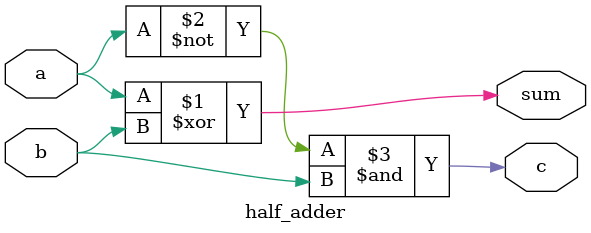
<source format=v>
module half_adder(
input a,b,
output sum,c);
assign sum=a^b;
assign c=(~a)&b;
endmodule

</source>
